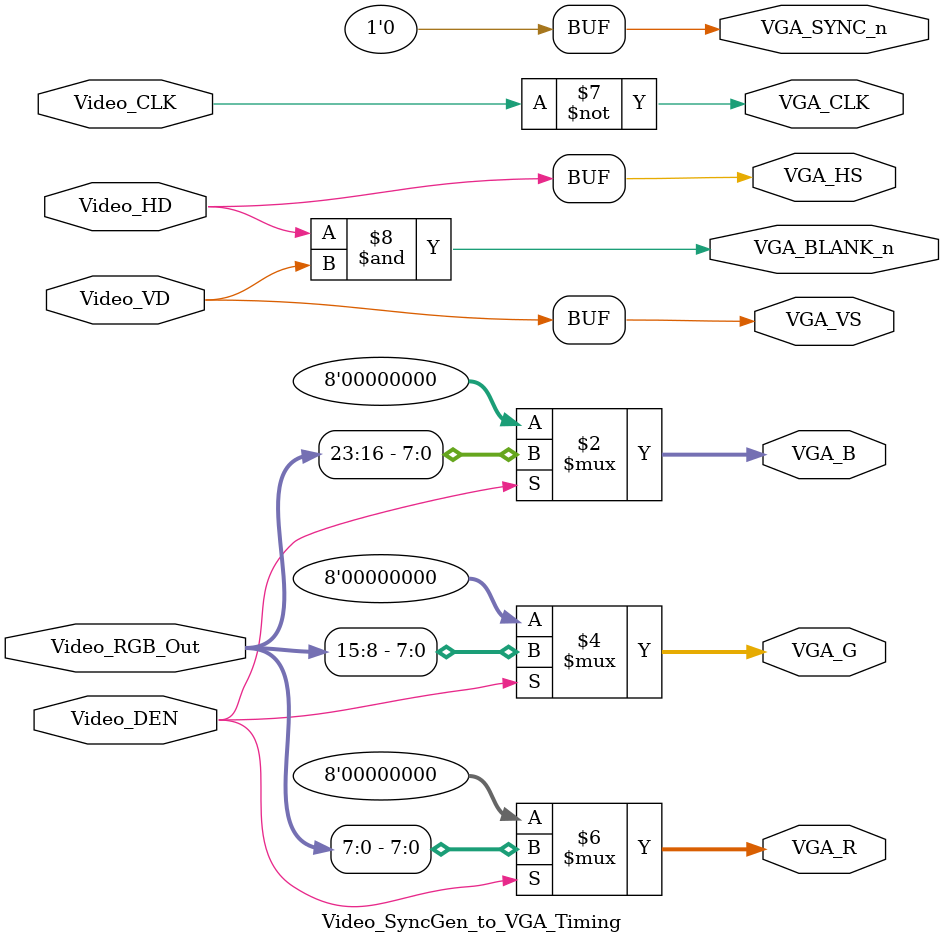
<source format=v>

module Video_SyncGen_to_VGA_Timing(
			VGA_B,
			VGA_BLANK_n,
			VGA_CLK,
			VGA_G,
			VGA_HS,
			VGA_R,
			VGA_SYNC_n,
			VGA_VS,
			Video_DEN,
			Video_HD,
			Video_RGB_Out,
			Video_VD,
			Video_CLK
);

///////// VGA ////////
output	[7:0]					VGA_B;
output							VGA_BLANK_n;
output							VGA_CLK;
output	[7:0]					VGA_G;
output							VGA_HS;
output	[7:0]					VGA_R;
output							VGA_SYNC_n;
output							VGA_VS;
///////// Video ////////
input								Video_DEN;
input								Video_HD;
input		[23:0]				Video_RGB_Out;
input								Video_VD;
input								Video_CLK;

assign VGA_B = (Video_DEN==1'b0) ? 8'h0:Video_RGB_Out[23:16];
assign VGA_G = (Video_DEN==1'b0) ? 8'h0:Video_RGB_Out[15:8];
assign VGA_R = (Video_DEN==1'b0) ? 8'h0:Video_RGB_Out[7:0];

assign VGA_HS = Video_HD;
assign VGA_VS = Video_VD;
assign VGA_CLK = ~Video_CLK;

assign VGA_BLANK_n = Video_HD&Video_VD;
assign VGA_SYNC_n = 1'b0;

endmodule

</source>
